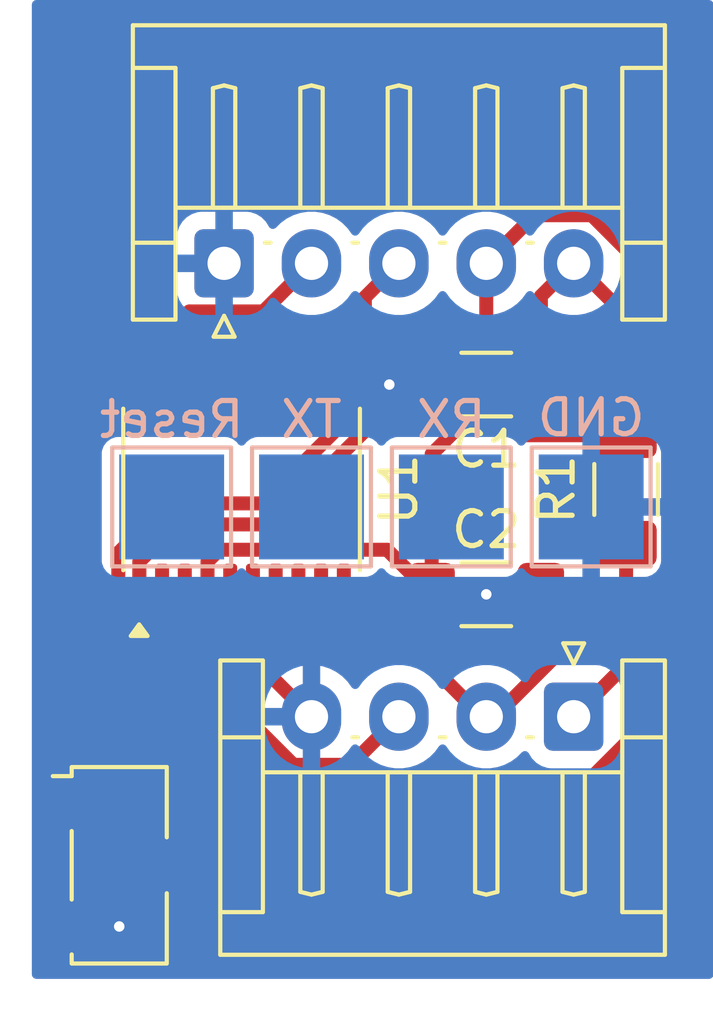
<source format=kicad_pcb>
(kicad_pcb (version 20241229) (generator "pcbnew") (generator_version "9.0")
  (layers (0 "F.Cu" signal) (2 "B.Cu" signal) (13 "F.Paste" user) (15 "B.Paste" user) (5 "F.SilkS" user "F.Silkscreen") (7 "B.SilkS" user "B.Silkscreen") (1 "F.Mask" user) (3 "B.Mask" user) (25 "Edge.Cuts" user))
  (net 0 "")
  (net 1 "GND")
  (net 2 "+5V")
  (net 3 "+3V3")
  (net 4 "/Out_CLK")
  (net 5 "/Out_DAT")
  (net 6 "/PWM")
  (net 7 "/Tach")
  (net 9 "/TX")
  (net 16 "/RX")
  (net 17 "Net-(SW1-B)")
  (net 21 "Net-(U1-NRST)")
  (footprint "Connector_JST:JST_EH_S4B-EH_1x04_P2.50mm_Horizontal" (layer "F.Cu") (at 156 129.5 180)
    (property "Reference" "J2" (hide yes))
    (property "Value" "Conn_01x04")
    (fp_line (start 10.11 1.61) (end 8.89 1.61) (stroke (width 0.12)) (layer "F.SilkS"))
    (fp_line (start 10.11 -5.59) (end 8.89 -5.59) (stroke (width 0.12)) (layer "F.SilkS"))
    (fp_line (start 10.11 -6.81) (end 10.11 1.61) (stroke (width 0.12)) (layer "F.SilkS"))
    (fp_line (start 8.89 1.61) (end 8.89 -0.59) (stroke (width 0.12)) (layer "F.SilkS"))
    (fp_line (start 8.89 -0.59) (end 10.11 -0.59) (stroke (width 0.12)) (layer "F.SilkS"))
    (fp_line (start 8.89 -5.59) (end 8.89 -0.59) (stroke (width 0.12)) (layer "F.SilkS"))
    (fp_line (start 7.82 -1.59) (end 7.5 -1.59) (stroke (width 0.12)) (layer "F.SilkS"))
    (fp_line (start 7.82 -5.01) (end 7.82 -1.59) (stroke (width 0.12)) (layer "F.SilkS"))
    (fp_line (start 7.5 -1.59) (end 7.18 -1.59) (stroke (width 0.12)) (layer "F.SilkS"))
    (fp_line (start 7.5 -5.09) (end 7.82 -5.01) (stroke (width 0.12)) (layer "F.SilkS"))
    (fp_line (start 7.18 -1.59) (end 7.18 -5.01) (stroke (width 0.12)) (layer "F.SilkS"))
    (fp_line (start 7.18 -5.01) (end 7.5 -5.09) (stroke (width 0.12)) (layer "F.SilkS"))
    (fp_line (start 6.17 -0.59) (end 6.33 -0.59) (stroke (width 0.12)) (layer "F.SilkS"))
    (fp_line (start 5.32 -1.59) (end 5 -1.59) (stroke (width 0.12)) (layer "F.SilkS"))
    (fp_line (start 5.32 -5.01) (end 5.32 -1.59) (stroke (width 0.12)) (layer "F.SilkS"))
    (fp_line (start 5 -1.59) (end 4.68 -1.59) (stroke (width 0.12)) (layer "F.SilkS"))
    (fp_line (start 5 -5.09) (end 5.32 -5.01) (stroke (width 0.12)) (layer "F.SilkS"))
    (fp_line (start 4.68 -1.59) (end 4.68 -5.01) (stroke (width 0.12)) (layer "F.SilkS"))
    (fp_line (start 4.68 -5.01) (end 5 -5.09) (stroke (width 0.12)) (layer "F.SilkS"))
    (fp_line (start 3.67 -0.59) (end 3.83 -0.59) (stroke (width 0.12)) (layer "F.SilkS"))
    (fp_line (start 2.82 -1.59) (end 2.5 -1.59) (stroke (width 0.12)) (layer "F.SilkS"))
    (fp_line (start 2.82 -5.01) (end 2.82 -1.59) (stroke (width 0.12)) (layer "F.SilkS"))
    (fp_line (start 2.5 -1.59) (end 2.18 -1.59) (stroke (width 0.12)) (layer "F.SilkS"))
    (fp_line (start 2.5 -5.09) (end 2.82 -5.01) (stroke (width 0.12)) (layer "F.SilkS"))
    (fp_line (start 2.18 -1.59) (end 2.18 -5.01) (stroke (width 0.12)) (layer "F.SilkS"))
    (fp_line (start 2.18 -5.01) (end 2.5 -5.09) (stroke (width 0.12)) (layer "F.SilkS"))
    (fp_line (start 1.17 -0.59) (end 1.33 -0.59) (stroke (width 0.12)) (layer "F.SilkS"))
    (fp_line (start 0.32 -1.59) (end 0 -1.59) (stroke (width 0.12)) (layer "F.SilkS"))
    (fp_line (start 0.32 -5.01) (end 0.32 -1.59) (stroke (width 0.12)) (layer "F.SilkS"))
    (fp_line (start 0.3 2.1) (end 0 1.5) (stroke (width 0.12)) (layer "F.SilkS"))
    (fp_line (start 0 1.5) (end -0.3 2.1) (stroke (width 0.12)) (layer "F.SilkS"))
    (fp_line (start 0 -1.59) (end -0.32 -1.59) (stroke (width 0.12)) (layer "F.SilkS"))
    (fp_line (start 0 -5.09) (end 0.32 -5.01) (stroke (width 0.12)) (layer "F.SilkS"))
    (fp_line (start -0.3 2.1) (end 0.3 2.1) (stroke (width 0.12)) (layer "F.SilkS"))
    (fp_line (start -0.32 -1.59) (end -0.32 -5.01) (stroke (width 0.12)) (layer "F.SilkS"))
    (fp_line (start -0.32 -5.01) (end 0 -5.09) (stroke (width 0.12)) (layer "F.SilkS"))
    (fp_line (start -1.39 1.61) (end -2.61 1.61) (stroke (width 0.12)) (layer "F.SilkS"))
    (fp_line (start -1.39 -0.59) (end -1.39 1.61) (stroke (width 0.12)) (layer "F.SilkS"))
    (fp_line (start -1.39 -0.59) (end -2.61 -0.59) (stroke (width 0.12)) (layer "F.SilkS"))
    (fp_line (start -1.39 -1.59) (end 8.89 -1.59) (stroke (width 0.12)) (layer "F.SilkS"))
    (fp_line (start -1.39 -5.59) (end -1.39 -0.59) (stroke (width 0.12)) (layer "F.SilkS"))
    (fp_line (start -2.61 1.61) (end -2.61 -6.81) (stroke (width 0.12)) (layer "F.SilkS"))
    (fp_line (start -2.61 -5.59) (end -1.39 -5.59) (stroke (width 0.12)) (layer "F.SilkS"))
    (fp_line (start -2.61 -6.81) (end 10.11 -6.81) (stroke (width 0.12)) (layer "F.SilkS"))
    (pad "1" thru_hole roundrect (at 0 0 180) (size 1.7 1.95) (drill 0.95) (layers "*.Cu" "*.Mask") (roundrect_rratio 0.147059) (net 2 "+5V"))
    (pad "2" thru_hole oval (at 2.5 0 180) (size 1.7 1.95) (drill 0.95) (layers "*.Cu" "*.Mask") (net 7 "/Tach"))
    (pad "3" thru_hole oval (at 5 0 180) (size 1.7 1.95) (drill 0.95) (layers "*.Cu" "*.Mask") (net 6 "/PWM"))
    (pad "4" thru_hole oval (at 7.5 0 180) (size 1.7 1.95) (drill 0.95) (layers "*.Cu" "*.Mask") (net 1 "GND"))
  )
  (footprint "Capacitor_SMD:C_1206_3216Metric_Pad1.33x1.80mm_HandSolder" (layer "F.Cu") (at 153.5 120 180)
    (property "Reference" "C1" (at 0 -1.85 0) (layer "F.SilkS"))
    (property "Value" "100n")
    (fp_line (start -0.711252 0.91) (end 0.711252 0.91) (stroke (width 0.12)) (layer "F.SilkS"))
    (fp_line (start -0.711252 -0.91) (end 0.711252 -0.91) (stroke (width 0.12)) (layer "F.SilkS"))
    (pad "1" smd roundrect (at -1.5625 0 180) (size 1.325 1.8) (layers "F.Cu" "F.Mask" "F.Paste") (roundrect_rratio 0.188679) (net 2 "+5V"))
    (pad "2" smd roundrect (at 1.5625 0 180) (size 1.325 1.8) (layers "F.Cu" "F.Mask" "F.Paste") (roundrect_rratio 0.188679) (net 1 "GND"))
  )
  (footprint "Resistor_SMD:R_1206_3216Metric_Pad1.30x1.75mm_HandSolder" (layer "F.Cu") (at 157.5 123 -90)
    (property "Reference" "R1" (at 0 2 90) (layer "F.SilkS"))
    (property "Value" "10k")
    (fp_line (start -0.727064 0.91) (end 0.727064 0.91) (stroke (width 0.12)) (layer "F.SilkS"))
    (fp_line (start -0.727064 -0.91) (end 0.727064 -0.91) (stroke (width 0.12)) (layer "F.SilkS"))
    (pad "1" smd roundrect (at -1.55 0 270) (size 1.3 1.75) (layers "F.Cu" "F.Mask" "F.Paste") (roundrect_rratio 0.192308) (net 3 "+3V3"))
    (pad "2" smd roundrect (at 1.55 0 270) (size 1.3 1.75) (layers "F.Cu" "F.Mask" "F.Paste") (roundrect_rratio 0.192308) (net 7 "/Tach"))
  )
  (footprint "Connector_JST:JST_EH_S5B-EH_1x05_P2.50mm_Horizontal" (layer "F.Cu") (at 146 116.5325)
    (property "Reference" "J1" (hide yes))
    (property "Value" "Conn_01x05")
    (fp_line (start -2.61 -6.81) (end 12.61 -6.81) (stroke (width 0.12)) (layer "F.SilkS"))
    (fp_line (start -2.61 -5.59) (end -1.39 -5.59) (stroke (width 0.12)) (layer "F.SilkS"))
    (fp_line (start -2.61 1.61) (end -2.61 -6.81) (stroke (width 0.12)) (layer "F.SilkS"))
    (fp_line (start -1.39 -5.59) (end -1.39 -0.59) (stroke (width 0.12)) (layer "F.SilkS"))
    (fp_line (start -1.39 -1.59) (end 11.39 -1.59) (stroke (width 0.12)) (layer "F.SilkS"))
    (fp_line (start -1.39 -0.59) (end -2.61 -0.59) (stroke (width 0.12)) (layer "F.SilkS"))
    (fp_line (start -1.39 -0.59) (end -1.39 1.61) (stroke (width 0.12)) (layer "F.SilkS"))
    (fp_line (start -1.39 1.61) (end -2.61 1.61) (stroke (width 0.12)) (layer "F.SilkS"))
    (fp_line (start -0.32 -5.01) (end 0 -5.09) (stroke (width 0.12)) (layer "F.SilkS"))
    (fp_line (start -0.32 -1.59) (end -0.32 -5.01) (stroke (width 0.12)) (layer "F.SilkS"))
    (fp_line (start -0.3 2.1) (end 0.3 2.1) (stroke (width 0.12)) (layer "F.SilkS"))
    (fp_line (start 0 -5.09) (end 0.32 -5.01) (stroke (width 0.12)) (layer "F.SilkS"))
    (fp_line (start 0 -1.59) (end -0.32 -1.59) (stroke (width 0.12)) (layer "F.SilkS"))
    (fp_line (start 0 1.5) (end -0.3 2.1) (stroke (width 0.12)) (layer "F.SilkS"))
    (fp_line (start 0.3 2.1) (end 0 1.5) (stroke (width 0.12)) (layer "F.SilkS"))
    (fp_line (start 0.32 -5.01) (end 0.32 -1.59) (stroke (width 0.12)) (layer "F.SilkS"))
    (fp_line (start 0.32 -1.59) (end 0 -1.59) (stroke (width 0.12)) (layer "F.SilkS"))
    (fp_line (start 1.17 -0.59) (end 1.33 -0.59) (stroke (width 0.12)) (layer "F.SilkS"))
    (fp_line (start 2.18 -5.01) (end 2.5 -5.09) (stroke (width 0.12)) (layer "F.SilkS"))
    (fp_line (start 2.18 -1.59) (end 2.18 -5.01) (stroke (width 0.12)) (layer "F.SilkS"))
    (fp_line (start 2.5 -5.09) (end 2.82 -5.01) (stroke (width 0.12)) (layer "F.SilkS"))
    (fp_line (start 2.5 -1.59) (end 2.18 -1.59) (stroke (width 0.12)) (layer "F.SilkS"))
    (fp_line (start 2.82 -5.01) (end 2.82 -1.59) (stroke (width 0.12)) (layer "F.SilkS"))
    (fp_line (start 2.82 -1.59) (end 2.5 -1.59) (stroke (width 0.12)) (layer "F.SilkS"))
    (fp_line (start 3.67 -0.59) (end 3.83 -0.59) (stroke (width 0.12)) (layer "F.SilkS"))
    (fp_line (start 4.68 -5.01) (end 5 -5.09) (stroke (width 0.12)) (layer "F.SilkS"))
    (fp_line (start 4.68 -1.59) (end 4.68 -5.01) (stroke (width 0.12)) (layer "F.SilkS"))
    (fp_line (start 5 -5.09) (end 5.32 -5.01) (stroke (width 0.12)) (layer "F.SilkS"))
    (fp_line (start 5 -1.59) (end 4.68 -1.59) (stroke (width 0.12)) (layer "F.SilkS"))
    (fp_line (start 5.32 -5.01) (end 5.32 -1.59) (stroke (width 0.12)) (layer "F.SilkS"))
    (fp_line (start 5.32 -1.59) (end 5 -1.59) (stroke (width 0.12)) (layer "F.SilkS"))
    (fp_line (start 6.17 -0.59) (end 6.33 -0.59) (stroke (width 0.12)) (layer "F.SilkS"))
    (fp_line (start 7.18 -5.01) (end 7.5 -5.09) (stroke (width 0.12)) (layer "F.SilkS"))
    (fp_line (start 7.18 -1.59) (end 7.18 -5.01) (stroke (width 0.12)) (layer "F.SilkS"))
    (fp_line (start 7.5 -5.09) (end 7.82 -5.01) (stroke (width 0.12)) (layer "F.SilkS"))
    (fp_line (start 7.5 -1.59) (end 7.18 -1.59) (stroke (width 0.12)) (layer "F.SilkS"))
    (fp_line (start 7.82 -5.01) (end 7.82 -1.59) (stroke (width 0.12)) (layer "F.SilkS"))
    (fp_line (start 7.82 -1.59) (end 7.5 -1.59) (stroke (width 0.12)) (layer "F.SilkS"))
    (fp_line (start 8.67 -0.59) (end 8.83 -0.59) (stroke (width 0.12)) (layer "F.SilkS"))
    (fp_line (start 9.68 -5.01) (end 10 -5.09) (stroke (width 0.12)) (layer "F.SilkS"))
    (fp_line (start 9.68 -1.59) (end 9.68 -5.01) (stroke (width 0.12)) (layer "F.SilkS"))
    (fp_line (start 10 -5.09) (end 10.32 -5.01) (stroke (width 0.12)) (layer "F.SilkS"))
    (fp_line (start 10 -1.59) (end 9.68 -1.59) (stroke (width 0.12)) (layer "F.SilkS"))
    (fp_line (start 10.32 -5.01) (end 10.32 -1.59) (stroke (width 0.12)) (layer "F.SilkS"))
    (fp_line (start 10.32 -1.59) (end 10 -1.59) (stroke (width 0.12)) (layer "F.SilkS"))
    (fp_line (start 11.39 -5.59) (end 11.39 -0.59) (stroke (width 0.12)) (layer "F.SilkS"))
    (fp_line (start 11.39 -0.59) (end 12.61 -0.59) (stroke (width 0.12)) (layer "F.SilkS"))
    (fp_line (start 11.39 1.61) (end 11.39 -0.59) (stroke (width 0.12)) (layer "F.SilkS"))
    (fp_line (start 12.61 -6.81) (end 12.61 1.61) (stroke (width 0.12)) (layer "F.SilkS"))
    (fp_line (start 12.61 -5.59) (end 11.39 -5.59) (stroke (width 0.12)) (layer "F.SilkS"))
    (fp_line (start 12.61 1.61) (end 11.39 1.61) (stroke (width 0.12)) (layer "F.SilkS"))
    (pad "1" thru_hole roundrect (at 0 0) (size 1.7 1.95) (drill 0.95) (layers "*.Cu" "*.Mask") (roundrect_rratio 0.147059) (net 1 "GND"))
    (pad "2" thru_hole oval (at 2.5 0) (size 1.7 1.95) (drill 0.95) (layers "*.Cu" "*.Mask") (net 4 "/Out_CLK"))
    (pad "3" thru_hole oval (at 5 0) (size 1.7 1.95) (drill 0.95) (layers "*.Cu" "*.Mask") (net 5 "/Out_DAT"))
    (pad "4" thru_hole oval (at 7.5 0) (size 1.7 1.95) (drill 0.95) (layers "*.Cu" "*.Mask") (net 3 "+3V3"))
    (pad "5" thru_hole oval (at 10 0) (size 1.7 1.95) (drill 0.95) (layers "*.Cu" "*.Mask") (net 2 "+5V"))
  )
  (footprint "Button_Switch_SMD:Nidec_Copal_CAS-120A" (layer "F.Cu") (at 143 133.75)
    (property "Reference" "SW1" (hide yes))
    (property "Value" "SW_SPDT")
    (fp_line (start -1.36 -2.81) (end 1.36 -2.81) (stroke (width 0.12)) (layer "F.SilkS"))
    (fp_line (start -1.36 -2.55) (end -1.9 -2.55) (stroke (width 0.12)) (layer "F.SilkS"))
    (fp_line (start -1.36 -2.55) (end -1.36 -2.8) (stroke (width 0.12)) (layer "F.SilkS"))
    (fp_line (start -1.36 -0.98) (end -1.36 0.98) (stroke (width 0.12)) (layer "F.SilkS"))
    (fp_line (start -1.36 2.81) (end -1.36 2.55) (stroke (width 0.12)) (layer "F.SilkS"))
    (fp_line (start 1.35 2.81) (end -1.35 2.81) (stroke (width 0.12)) (layer "F.SilkS"))
    (fp_line (start 1.36 -2.81) (end 1.36 -0.8) (stroke (width 0.12)) (layer "F.SilkS"))
    (fp_line (start 1.36 0.8) (end 1.36 2.81) (stroke (width 0.12)) (layer "F.SilkS"))
    (pad "1" smd roundrect (at -1.15 -1.75 270) (size 1 1.6) (layers "F.Cu" "F.Mask" "F.Paste") (net 3 "+3V3"))
    (pad "2" smd roundrect (at 1.15 0 270) (size 1 1.6) (layers "F.Cu" "F.Mask" "F.Paste") (net 17 "Net-(SW1-B)"))
    (pad "3" smd roundrect (at -1.15 1.75 270) (size 1 1.6) (layers "F.Cu" "F.Mask" "F.Paste") (net 1 "GND"))
  )
  (footprint "Capacitor_SMD:C_1206_3216Metric_Pad1.33x1.80mm_HandSolder" (layer "F.Cu") (at 153.5 126)
    (property "Reference" "C2" (at 0 -1.85 0) (layer "F.SilkS"))
    (property "Value" "100n")
    (fp_line (start -0.711252 -0.91) (end 0.711252 -0.91) (stroke (width 0.12)) (layer "F.SilkS"))
    (fp_line (start -0.711252 0.91) (end 0.711252 0.91) (stroke (width 0.12)) (layer "F.SilkS"))
    (pad "1" smd roundrect (at -1.5625 0) (size 1.325 1.8) (layers "F.Cu" "F.Mask" "F.Paste") (roundrect_rratio 0.188679) (net 3 "+3V3"))
    (pad "2" smd roundrect (at 1.5625 0) (size 1.325 1.8) (layers "F.Cu" "F.Mask" "F.Paste") (roundrect_rratio 0.188679) (net 1 "GND"))
  )
  (footprint "Package_SO:TSSOP-20_4.4x6.5mm_P0.65mm" (layer "F.Cu") (at 146.5 123 90)
    (property "Reference" "U1" (at 0 4.5 90) (layer "F.SilkS"))
    (property "Value" "STM32G030F6Px" (hide yes))
    (fp_line (start -2.31 -3.385) (end 2.31 -3.385) (stroke (width 0.12)) (layer "F.SilkS"))
    (fp_line (start 2.31 3.385) (end -2.31 3.385) (stroke (width 0.12)) (layer "F.SilkS"))
    (fp_poly (pts (xy -3.86 -2.93) (xy -4.19 -2.69) (xy -4.19 -3.17)) (stroke (width 0.12)) (fill yes) (layer "F.SilkS"))
    (pad "1" smd roundrect (at -2.8625 -2.925 90) (size 1.475 0.4) (layers "F.Cu" "F.Mask" "F.Paste") (net 5 "/Out_DAT"))
    (pad "2" smd roundrect (at -2.8625 -2.275 90) (size 1.475 0.4) (layers "F.Cu" "F.Mask" "F.Paste") (net 6 "/PWM"))
    (pad "3" smd roundrect (at -2.8625 -1.625 90) (size 1.475 0.4) (layers "F.Cu" "F.Mask" "F.Paste"))
    (pad "4" smd roundrect (at -2.8625 -0.975 90) (size 1.475 0.4) (layers "F.Cu" "F.Mask" "F.Paste") (net 3 "+3V3"))
    (pad "5" smd roundrect (at -2.8625 -0.325 90) (size 1.475 0.4) (layers "F.Cu" "F.Mask" "F.Paste") (net 1 "GND"))
    (pad "6" smd roundrect (at -2.8625 0.325 90) (size 1.475 0.4) (layers "F.Cu" "F.Mask" "F.Paste") (net 21 "Net-(U1-NRST)"))
    (pad "7" smd roundrect (at -2.8625 0.975 90) (size 1.475 0.4) (layers "F.Cu" "F.Mask" "F.Paste") (net 7 "/Tach"))
    (pad "8" smd roundrect (at -2.8625 1.625 90) (size 1.475 0.4) (layers "F.Cu" "F.Mask" "F.Paste"))
    (pad "9" smd roundrect (at -2.8625 2.275 90) (size 1.475 0.4) (layers "F.Cu" "F.Mask" "F.Paste"))
    (pad "10" smd roundrect (at -2.8625 2.925 90) (size 1.475 0.4) (layers "F.Cu" "F.Mask" "F.Paste"))
    (pad "11" smd roundrect (at 2.8625 2.925 90) (size 1.475 0.4) (layers "F.Cu" "F.Mask" "F.Paste") (net 17 "Net-(SW1-B)"))
    (pad "12" smd roundrect (at 2.8625 2.275 90) (size 1.475 0.4) (layers "F.Cu" "F.Mask" "F.Paste"))
    (pad "13" smd roundrect (at 2.8625 1.625 90) (size 1.475 0.4) (layers "F.Cu" "F.Mask" "F.Paste"))
    (pad "14" smd roundrect (at 2.8625 0.975 90) (size 1.475 0.4) (layers "F.Cu" "F.Mask" "F.Paste"))
    (pad "15" smd roundrect (at 2.8625 0.325 90) (size 1.475 0.4) (layers "F.Cu" "F.Mask" "F.Paste"))
    (pad "16" smd roundrect (at 2.8625 -0.325 90) (size 1.475 0.4) (layers "F.Cu" "F.Mask" "F.Paste") (net 9 "/TX"))
    (pad "17" smd roundrect (at 2.8625 -0.975 90) (size 1.475 0.4) (layers "F.Cu" "F.Mask" "F.Paste") (net 16 "/RX"))
    (pad "18" smd roundrect (at 2.8625 -1.625 90) (size 1.475 0.4) (layers "F.Cu" "F.Mask" "F.Paste"))
    (pad "19" smd roundrect (at 2.8625 -2.275 90) (size 1.475 0.4) (layers "F.Cu" "F.Mask" "F.Paste"))
    (pad "20" smd roundrect (at 2.8625 -2.925 90) (size 1.475 0.4) (layers "F.Cu" "F.Mask" "F.Paste") (net 4 "/Out_CLK"))
  )
  (footprint "TestPoint:TestPoint_Pad_3.0x3.0mm" (layer "B.Cu") (at 148.5 123.5 -90)
    (property "Reference" "TP2")
    (property "Value" "TX" (at -2.5 0 0) (layer "B.SilkS") (effects (justify mirror)))
    (fp_line (start -1.7 1.7) (end 1.7 1.7) (stroke (width 0.12)) (layer "B.SilkS"))
    (fp_line (start 1.7 1.7) (end 1.7 -1.7) (stroke (width 0.12)) (layer "B.SilkS"))
    (fp_line (start -1.7 -1.7) (end -1.7 1.7) (stroke (width 0.12)) (layer "B.SilkS"))
    (fp_line (start 1.7 -1.7) (end -1.7 -1.7) (stroke (width 0.12)) (layer "B.SilkS"))
    (pad "1" smd rect (at 0 0 270) (size 3 3) (layers "B.Cu" "B.Mask") (net 9 "/TX"))
  )
  (footprint "TestPoint:TestPoint_Pad_3.0x3.0mm" (layer "B.Cu") (at 156.5 123.5)
    (property "Reference" "TP4")
    (property "Value" "GND" (at 0 -2.55 0) (layer "B.SilkS") (effects (justify mirror)))
    (fp_line (start -1.7 -1.7) (end -1.7 1.7) (stroke (width 0.12)) (layer "B.SilkS"))
    (fp_line (start -1.7 1.7) (end 1.7 1.7) (stroke (width 0.12)) (layer "B.SilkS"))
    (fp_line (start 1.7 -1.7) (end -1.7 -1.7) (stroke (width 0.12)) (layer "B.SilkS"))
    (fp_line (start 1.7 1.7) (end 1.7 -1.7) (stroke (width 0.12)) (layer "B.SilkS"))
    (pad "1" smd rect (at 0 0) (size 3 3) (layers "B.Cu" "B.Mask") (net 1 "GND"))
  )
  (footprint "TestPoint:TestPoint_Pad_3.0x3.0mm" (layer "B.Cu") (at 152.5 123.5 -90)
    (property "Reference" "TP3")
    (property "Value" "RX" (at -2.5 0 0) (layer "B.SilkS") (effects (justify mirror)))
    (fp_line (start -1.7 1.7) (end 1.7 1.7) (stroke (width 0.12)) (layer "B.SilkS"))
    (fp_line (start 1.7 1.7) (end 1.7 -1.7) (stroke (width 0.12)) (layer "B.SilkS"))
    (fp_line (start -1.7 -1.7) (end -1.7 1.7) (stroke (width 0.12)) (layer "B.SilkS"))
    (fp_line (start 1.7 -1.7) (end -1.7 -1.7) (stroke (width 0.12)) (layer "B.SilkS"))
    (pad "1" smd rect (at 0 0 270) (size 3 3) (layers "B.Cu" "B.Mask") (net 16 "/RX"))
  )
  (footprint "TestPoint:TestPoint_Pad_3.0x3.0mm" (layer "B.Cu") (at 144.5 123.5)
    (property "Reference" "TP1")
    (property "Value" "Reset" (at 0 -2.5 0) (layer "B.SilkS") (effects (justify mirror)))
    (fp_line (start -1.7 -1.7) (end -1.7 1.7) (stroke (width 0.12)) (layer "B.SilkS"))
    (fp_line (start -1.7 1.7) (end 1.7 1.7) (stroke (width 0.12)) (layer "B.SilkS"))
    (fp_line (start 1.7 -1.7) (end -1.7 -1.7) (stroke (width 0.12)) (layer "B.SilkS"))
    (fp_line (start 1.7 1.7) (end 1.7 -1.7) (stroke (width 0.12)) (layer "B.SilkS"))
    (pad "1" smd rect (at 0 0) (size 3 3) (layers "B.Cu" "B.Mask") (net 21 "Net-(U1-NRST)"))
  )
  (segment (start 151.9375 120) (end 151.9375 120.5625) (width 0.4) (layer "F.Cu") (net 1))
  (segment (start 148.5 129.5) (end 146.175 127.175) (width 0.4) (layer "F.Cu") (net 1))
  (segment (start 141.85 135.5) (end 143 135.5) (width 0.4) (layer "F.Cu") (net 1))
  (segment (start 151.9375 120) (end 150.726 120) (width 0.4) (layer "F.Cu") (net 1))
  (segment (start 146.175 127.175) (end 146.175 125.8625) (width 0.4) (layer "F.Cu") (net 1))
  (segment (start 155.0625 126) (end 153.5 126) (width 0.4) (layer "F.Cu") (net 1))
  (via (at 150.726 120) (size 0.6) (drill 0.3) (layers "F.Cu" "B.Cu") (net 1))
  (via (at 153.5 126) (size 0.6) (drill 0.3) (layers "F.Cu" "B.Cu") (net 1))
  (via (at 143 135.5) (size 0.6) (drill 0.3) (layers "F.Cu" "B.Cu") (net 1))
  (segment (start 156 129.5) (end 158.776 126.724) (width 0.4) (layer "F.Cu") (net 2))
  (segment (start 155.0625 120) (end 155.0625 117.47) (width 0.4) (layer "F.Cu") (net 2))
  (segment (start 158.776 119.3085) (end 156 116.5325) (width 0.4) (layer "F.Cu") (net 2))
  (segment (start 158.776 126.724) (end 158.776 119.3085) (width 0.4) (layer "F.Cu") (net 2))
  (segment (start 155.0625 117.47) (end 156 116.5325) (width 0.4) (layer "F.Cu") (net 2))
  (segment (start 141.85 133.17758) (end 143.32342 134.651) (width 0.4) (layer "F.Cu") (net 3))
  (segment (start 141.85 132) (end 141.85 133.17758) (width 0.4) (layer "F.Cu") (net 3))
  (segment (start 153.5 120.42758) (end 154.52242 121.45) (width 0.4) (layer "F.Cu") (net 3))
  (segment (start 151.9375 126) (end 151.9375 121.99008) (width 0.4) (layer "F.Cu") (net 3))
  (segment (start 154.876 115.1565) (end 153.5 116.5325) (width 0.4) (layer "F.Cu") (net 3))
  (segment (start 153.5 116.5325) (end 153.5 120.42758) (width 0.4) (layer "F.Cu") (net 3))
  (segment (start 151.96379 121.96379) (end 153.5 120.42758) (width 0.4) (layer "F.Cu") (net 3))
  (segment (start 156.518181 115.1565) (end 154.876 115.1565) (width 0.4) (layer "F.Cu") (net 3))
  (segment (start 159.377 128.37558) (end 159.377 118.015319) (width 0.4) (layer "F.Cu") (net 3))
  (segment (start 153.10158 134.651) (end 159.377 128.37558) (width 0.4) (layer "F.Cu") (net 3))
  (segment (start 159.377 118.015319) (end 156.518181 115.1565) (width 0.4) (layer "F.Cu") (net 3))
  (segment (start 145.525 125.063708) (end 145.864708 124.724) (width 0.4) (layer "F.Cu") (net 3))
  (segment (start 151.9375 121.99008) (end 151.96379 121.96379) (width 0.4) (layer "F.Cu") (net 3))
  (segment (start 150.6615 124.724) (end 151.9375 126) (width 0.4) (layer "F.Cu") (net 3))
  (segment (start 154.52242 121.45) (end 157.5 121.45) (width 0.4) (layer "F.Cu") (net 3))
  (segment (start 143.32342 134.651) (end 153.10158 134.651) (width 0.4) (layer "F.Cu") (net 3))
  (segment (start 145.525 125.8625) (end 145.525 125.063708) (width 0.4) (layer "F.Cu") (net 3))
  (segment (start 145.864708 124.724) (end 150.6615 124.724) (width 0.4) (layer "F.Cu") (net 3))
  (segment (start 143.575 120.1375) (end 143.575 119.338708) (width 0.4) (layer "F.Cu") (net 4))
  (segment (start 143.575 119.338708) (end 145.005208 117.9085) (width 0.4) (layer "F.Cu") (net 4))
  (segment (start 147.124 117.9085) (end 148.5 116.5325) (width 0.4) (layer "F.Cu") (net 4))
  (segment (start 145.005208 117.9085) (end 147.124 117.9085) (width 0.4) (layer "F.Cu") (net 4))
  (segment (start 143.575 125.063708) (end 144.638708 124) (width 0.4) (layer "F.Cu") (net 5))
  (segment (start 147.349942 124) (end 150.026 121.323942) (width 0.4) (layer "F.Cu") (net 5))
  (segment (start 150.026 117.5065) (end 150.026 121.323942) (width 0.4) (layer "F.Cu") (net 5))
  (segment (start 144.638708 124) (end 147.349942 124) (width 0.4) (layer "F.Cu") (net 5))
  (segment (start 143.575 125.8625) (end 143.575 125.063708) (width 0.4) (layer "F.Cu") (net 5))
  (segment (start 151 116.5325) (end 150.026 117.5065) (width 0.4) (layer "F.Cu") (net 5))
  (segment (start 149.624 130.876) (end 147.981819 130.876) (width 0.4) (layer "F.Cu") (net 6))
  (segment (start 147.981819 130.876) (end 144.225 127.119181) (width 0.4) (layer "F.Cu") (net 6))
  (segment (start 151 129.5) (end 149.624 130.876) (width 0.4) (layer "F.Cu") (net 6))
  (segment (start 144.225 127.119181) (end 144.225 125.8625) (width 0.4) (layer "F.Cu") (net 6))
  (segment (start 153.74742 129.5) (end 153.5 129.5) (width 0.4) (layer "F.Cu") (net 7))
  (segment (start 153.375 129.5) (end 150.876 127.001) (width 0.4) (layer "F.Cu") (net 7))
  (segment (start 157.5 125.74742) (end 153.74742 129.5) (width 0.4) (layer "F.Cu") (net 7))
  (segment (start 147.814708 127.001) (end 147.475 126.661292) (width 0.4) (layer "F.Cu") (net 7))
  (segment (start 150.876 127.001) (end 147.814708 127.001) (width 0.4) (layer "F.Cu") (net 7))
  (segment (start 153.5 129.5) (end 153.375 129.5) (width 0.4) (layer "F.Cu") (net 7))
  (segment (start 147.475 126.661292) (end 147.475 125.8625) (width 0.4) (layer "F.Cu") (net 7))
  (segment (start 157.5 124.55) (end 157.5 125.74742) (width 0.4) (layer "F.Cu") (net 7))
  (segment (start 144.389766 123.399) (end 142.974 124.814766) (width 0.4) (layer "F.Cu") (net 17))
  (segment (start 144.15 129.15) (end 144.15 133.75) (width 0.4) (layer "F.Cu") (net 17))
  (segment (start 147.101 123.399) (end 144.389766 123.399) (width 0.4) (layer "F.Cu") (net 17))
  (segment (start 149.425 120.1375) (end 149.425 121.075) (width 0.4) (layer "F.Cu") (net 17))
  (segment (start 142.974 124.814766) (end 142.974 127.974) (width 0.4) (layer "F.Cu") (net 17))
  (segment (start 142.974 127.974) (end 144.15 129.15) (width 0.4) (layer "F.Cu") (net 17))
  (segment (start 149.425 121.075) (end 147.101 123.399) (width 0.4) (layer "F.Cu") (net 17))
  (zone (net 1) (net_name "GND") (layer "B.Cu") (connect_pads (clearance 0.5)) (min_thickness 0.25) (fill yes (thermal_gap 0.5) (thermal_bridge_width 0.5))
    (polygon (pts (xy 140.5 109) (xy 140.5 137) (xy 160 137) (xy 160 109)))
  )
)
</source>
